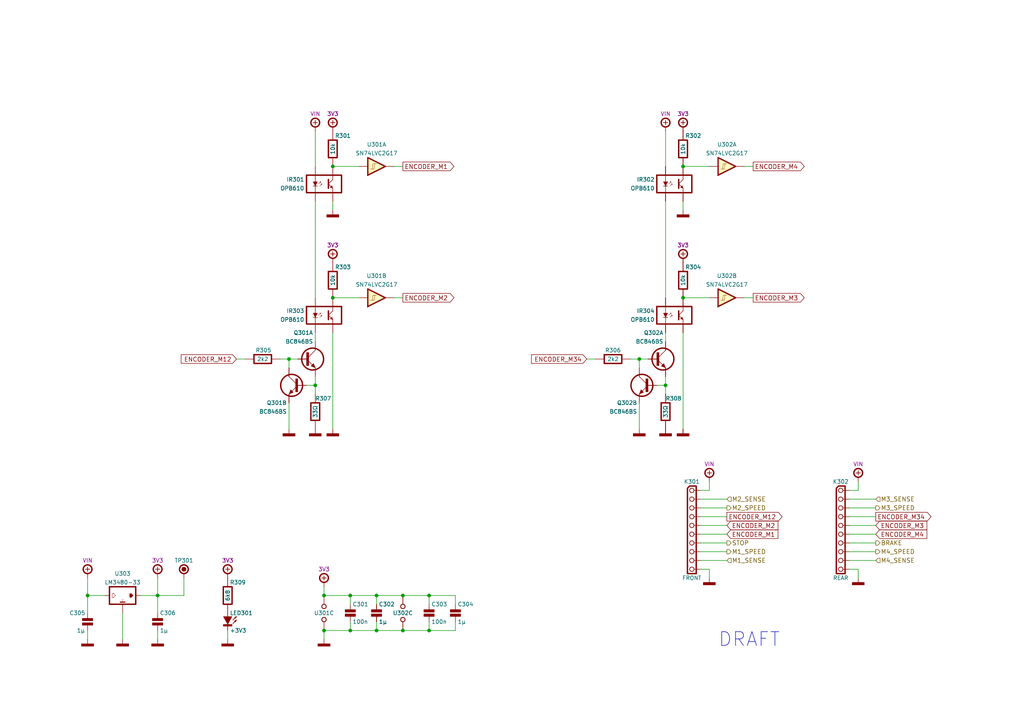
<source format=kicad_sch>
(kicad_sch (version 20230121) (generator eeschema)
  (paper "A4")
  (title_block (title "Motors Encoder") (date "01/2023") (rev "A") (comment 1 "TCAR Motor Board - L298P"))
  (lib_symbols
    (symbol "HARWIN-254-F-1X10-VERTICAL_1" (pin_numbers hide) (pin_names (offset 0) hide)
      (property "Reference" "K" (at 0 2.54 0))
      (property "Value" "HARWIN-254-F-1X10-VERTICAL" (at 0 -25.4 0))
      (symbol "HARWIN-254-F-1X10-VERTICAL_1_0_1"
        (circle (center 0 -22.86) (radius 0.635) (stroke (width 0.2)))
        (circle (center 0 -20.32) (radius 0.635) (stroke (width 0.2)))
        (circle (center 0 -17.78) (radius 0.635) (stroke (width 0.2)))
        (circle (center 0 -15.24) (radius 0.635) (stroke (width 0.2)))
        (circle (center 0 -12.7) (radius 0.635) (stroke (width 0.2)))
        (circle (center 0 -10.16) (radius 0.635) (stroke (width 0.2)))
        (circle (center 0 -7.62) (radius 0.635) (stroke (width 0.2)))
        (circle (center 0 -5.08) (radius 0.635) (stroke (width 0.2)))
        (circle (center 0 -2.54) (radius 0.635) (stroke (width 0.2)))
        (polyline (pts (xy -1.27 -24.13) (xy 1.27 -24.13) (xy 1.27 0.635) (xy 0.635 1.27) (xy -1.27 1.27) (xy -1.27 -24.13)) (stroke (width 0.4)))
        (circle (center 0 0) (radius 0.635) (stroke (width 0.2)))
      )
      (symbol "HARWIN-254-F-1X10-VERTICAL_1_1_1"
        (pin passive line (at -2.54 0 0) (length 1.905) (name "Pin_1") (number "1"))
        (pin passive line (at -2.54 -22.86 0) (length 1.905) (name "Pin_10") (number "10"))
        (pin passive line (at -2.54 -2.54 0) (length 1.905) (name "Pin_2") (number "2"))
        (pin passive line (at -2.54 -5.08 0) (length 1.905) (name "Pin_3") (number "3"))
        (pin passive line (at -2.54 -7.62 0) (length 1.905) (name "Pin_4") (number "4"))
        (pin passive line (at -2.54 -10.16 0) (length 1.905) (name "Pin_5") (number "5"))
        (pin passive line (at -2.54 -12.7 0) (length 1.905) (name "Pin_6") (number "6"))
        (pin passive line (at -2.54 -15.24 0) (length 1.905) (name "Pin_7") (number "7"))
        (pin passive line (at -2.54 -17.78 0) (length 1.905) (name "Pin_8") (number "8"))
        (pin passive line (at -2.54 -20.32 0) (length 1.905) (name "Pin_9") (number "9"))
      )
    )
    (symbol "POWER-GND_1" (power) (pin_numbers hide) (pin_names (offset 0) hide)
      (symbol "POWER-GND_1_0_1"
        (rectangle (start -1.778 -2.032) (end 1.778 -1.27) (stroke (width 0.001)) (fill (type outline)))
      )
      (symbol "POWER-GND_1_1_1"
        (pin power_in line (at 0 0 270) (length 1.27) (name "GND") (number "1"))
      )
    )
    (symbol "POWER-GND_10" (power) (pin_numbers hide) (pin_names (offset 0) hide)
      (symbol "POWER-GND_10_0_1"
        (rectangle (start -1.778 -2.032) (end 1.778 -1.27) (stroke (width 0.001)) (fill (type outline)))
      )
      (symbol "POWER-GND_10_1_1"
        (pin power_in line (at 0 0 270) (length 1.27) (name "GND") (number "1"))
      )
    )
    (symbol "POWER-GND_11" (power) (pin_numbers hide) (pin_names (offset 0) hide)
      (symbol "POWER-GND_11_0_1"
        (rectangle (start -1.778 -2.032) (end 1.778 -1.27) (stroke (width 0.001)) (fill (type outline)))
      )
      (symbol "POWER-GND_11_1_1"
        (pin power_in line (at 0 0 270) (length 1.27) (name "GND") (number "1"))
      )
    )
    (symbol "POWER-GND_12" (power) (pin_numbers hide) (pin_names (offset 0) hide)
      (symbol "POWER-GND_12_0_1"
        (rectangle (start -1.778 -2.032) (end 1.778 -1.27) (stroke (width 0.001)) (fill (type outline)))
      )
      (symbol "POWER-GND_12_1_1"
        (pin power_in line (at 0 0 270) (length 1.27) (name "GND") (number "1"))
      )
    )
    (symbol "POWER-GND_13" (power) (pin_numbers hide) (pin_names (offset 0) hide)
      (symbol "POWER-GND_13_0_1"
        (rectangle (start -1.778 -2.032) (end 1.778 -1.27) (stroke (width 0.001)) (fill (type outline)))
      )
      (symbol "POWER-GND_13_1_1"
        (pin power_in line (at 0 0 270) (length 1.27) (name "GND") (number "1"))
      )
    )
    (symbol "POWER-GND_14" (power) (pin_numbers hide) (pin_names (offset 0) hide)
      (symbol "POWER-GND_14_0_1"
        (rectangle (start -1.778 -2.032) (end 1.778 -1.27) (stroke (width 0.001)) (fill (type outline)))
      )
      (symbol "POWER-GND_14_1_1"
        (pin power_in line (at 0 0 270) (length 1.27) (name "GND") (number "1"))
      )
    )
    (symbol "POWER-GND_2" (power) (pin_numbers hide) (pin_names (offset 0) hide)
      (symbol "POWER-GND_2_0_1"
        (rectangle (start -1.778 -2.032) (end 1.778 -1.27) (stroke (width 0.001)) (fill (type outline)))
      )
      (symbol "POWER-GND_2_1_1"
        (pin power_in line (at 0 0 270) (length 1.27) (name "GND") (number "1"))
      )
    )
    (symbol "POWER-GND_3" (power) (pin_numbers hide) (pin_names (offset 0) hide)
      (symbol "POWER-GND_3_0_1"
        (rectangle (start -1.778 -2.032) (end 1.778 -1.27) (stroke (width 0.001)) (fill (type outline)))
      )
      (symbol "POWER-GND_3_1_1"
        (pin power_in line (at 0 0 270) (length 1.27) (name "GND") (number "1"))
      )
    )
    (symbol "POWER-GND_4" (power) (pin_numbers hide) (pin_names (offset 0) hide)
      (symbol "POWER-GND_4_0_1"
        (rectangle (start -1.778 -2.032) (end 1.778 -1.27) (stroke (width 0.001)) (fill (type outline)))
      )
      (symbol "POWER-GND_4_1_1"
        (pin power_in line (at 0 0 270) (length 1.27) (name "GND") (number "1"))
      )
    )
    (symbol "POWER-GND_5" (power) (pin_numbers hide) (pin_names (offset 0) hide)
      (symbol "POWER-GND_5_0_1"
        (rectangle (start -1.778 -2.032) (end 1.778 -1.27) (stroke (width 0.001)) (fill (type outline)))
      )
      (symbol "POWER-GND_5_1_1"
        (pin power_in line (at 0 0 270) (length 1.27) (name "GND") (number "1"))
      )
    )
    (symbol "POWER-GND_6" (power) (pin_numbers hide) (pin_names (offset 0) hide)
      (symbol "POWER-GND_6_0_1"
        (rectangle (start -1.778 -2.032) (end 1.778 -1.27) (stroke (width 0.001)) (fill (type outline)))
      )
      (symbol "POWER-GND_6_1_1"
        (pin power_in line (at 0 0 270) (length 1.27) (name "GND") (number "1"))
      )
    )
    (symbol "POWER-GND_7" (power) (pin_numbers hide) (pin_names (offset 0) hide)
      (symbol "POWER-GND_7_0_1"
        (rectangle (start -1.778 -2.032) (end 1.778 -1.27) (stroke (width 0.001)) (fill (type outline)))
      )
      (symbol "POWER-GND_7_1_1"
        (pin power_in line (at 0 0 270) (length 1.27) (name "GND") (number "1"))
      )
    )
    (symbol "POWER-GND_8" (power) (pin_numbers hide) (pin_names (offset 0) hide)
      (symbol "POWER-GND_8_0_1"
        (rectangle (start -1.778 -2.032) (end 1.778 -1.27) (stroke (width 0.001)) (fill (type outline)))
      )
      (symbol "POWER-GND_8_1_1"
        (pin power_in line (at 0 0 270) (length 1.27) (name "GND") (number "1"))
      )
    )
    (symbol "POWER-GND_9" (power) (pin_numbers hide) (pin_names (offset 0) hide)
      (symbol "POWER-GND_9_0_1"
        (rectangle (start -1.778 -2.032) (end 1.778 -1.27) (stroke (width 0.001)) (fill (type outline)))
      )
      (symbol "POWER-GND_9_1_1"
        (pin power_in line (at 0 0 270) (length 1.27) (name "GND") (number "1"))
      )
    )
    (symbol "tronixio:CAPACITOR-1206-100N-50V-5P-X7R" (pin_numbers hide) (pin_names (offset 0) hide)
      (property "Reference" "C" (at 0.635 2.54 0))
      (property "Value" "100n" (at 0.635 -2.54 0))
      (symbol "CAPACITOR-1206-100N-50V-5P-X7R_0_1"
        (rectangle (start -1.524 -0.254) (end 1.524 -1.016) (stroke (width 0.001)) (fill (type outline)))
        (rectangle (start -1.524 1.016) (end 1.524 0.254) (stroke (width 0.001)) (fill (type outline)))
      )
      (symbol "CAPACITOR-1206-100N-50V-5P-X7R_1_1"
        (pin passive line (at 0 2.54 270) (length 1.905) (name "~") (number "1"))
        (pin passive line (at 0 -2.54 90) (length 1.905) (name "~") (number "2"))
      )
    )
    (symbol "tronixio:CAPACITOR-1206-1U-16V-10P-X7R" (pin_numbers hide) (pin_names (offset 0) hide)
      (property "Reference" "C" (at 0.635 2.54 0))
      (property "Value" "1µ" (at 0.635 -2.54 0))
      (symbol "CAPACITOR-1206-1U-16V-10P-X7R_0_1"
        (rectangle (start -1.524 -0.254) (end 1.524 -1.016) (stroke (width 0.001)) (fill (type outline)))
        (rectangle (start -1.524 1.016) (end 1.524 0.254) (stroke (width 0.001)) (fill (type outline)))
      )
      (symbol "CAPACITOR-1206-1U-16V-10P-X7R_1_1"
        (pin passive line (at 0 2.54 270) (length 1.905) (name "~") (number "1"))
        (pin passive line (at 0 -2.54 90) (length 1.905) (name "~") (number "2"))
      )
    )
    (symbol "tronixio:HARWIN-254-F-1X10-VERTICAL" (pin_numbers hide) (pin_names (offset 0) hide)
      (property "Reference" "K" (at 0 2.54 0))
      (property "Value" "HARWIN-254-F-1X10-VERTICAL" (at 0 -25.4 0))
      (symbol "HARWIN-254-F-1X10-VERTICAL_0_1"
        (circle (center 0 -22.86) (radius 0.635) (stroke (width 0.2)))
        (circle (center 0 -20.32) (radius 0.635) (stroke (width 0.2)))
        (circle (center 0 -17.78) (radius 0.635) (stroke (width 0.2)))
        (circle (center 0 -15.24) (radius 0.635) (stroke (width 0.2)))
        (circle (center 0 -12.7) (radius 0.635) (stroke (width 0.2)))
        (circle (center 0 -10.16) (radius 0.635) (stroke (width 0.2)))
        (circle (center 0 -7.62) (radius 0.635) (stroke (width 0.2)))
        (circle (center 0 -5.08) (radius 0.635) (stroke (width 0.2)))
        (circle (center 0 -2.54) (radius 0.635) (stroke (width 0.2)))
        (polyline (pts (xy -1.27 -24.13) (xy 1.27 -24.13) (xy 1.27 0.635) (xy 0.635 1.27) (xy -1.27 1.27) (xy -1.27 -24.13)) (stroke (width 0.4)))
        (circle (center 0 0) (radius 0.635) (stroke (width 0.2)))
      )
      (symbol "HARWIN-254-F-1X10-VERTICAL_1_1"
        (pin passive line (at -2.54 0 0) (length 1.905) (name "Pin_1") (number "1"))
        (pin passive line (at -2.54 -22.86 0) (length 1.905) (name "Pin_10") (number "10"))
        (pin passive line (at -2.54 -2.54 0) (length 1.905) (name "Pin_2") (number "2"))
        (pin passive line (at -2.54 -5.08 0) (length 1.905) (name "Pin_3") (number "3"))
        (pin passive line (at -2.54 -7.62 0) (length 1.905) (name "Pin_4") (number "4"))
        (pin passive line (at -2.54 -10.16 0) (length 1.905) (name "Pin_5") (number "5"))
        (pin passive line (at -2.54 -12.7 0) (length 1.905) (name "Pin_6") (number "6"))
        (pin passive line (at -2.54 -15.24 0) (length 1.905) (name "Pin_7") (number "7"))
        (pin passive line (at -2.54 -17.78 0) (length 1.905) (name "Pin_8") (number "8"))
        (pin passive line (at -2.54 -20.32 0) (length 1.905) (name "Pin_9") (number "9"))
      )
    )
    (symbol "tronixio:HARWIN-S1751" (pin_numbers hide) (pin_names (offset 0) hide)
      (property "Reference" "TP" (at 0 5.08 0))
      (symbol "HARWIN-S1751_0_1"
        (circle (center 0 2.54) (radius 0.635) (stroke (width 0.001)) (fill (type outline)))
        (circle (center 0 2.54) (radius 1.27) (stroke (width 0.4)))
      )
      (symbol "HARWIN-S1751_1_1"
        (pin passive line (at 0 0 90) (length 1.27) (name "1") (number "1"))
      )
    )
    (symbol "tronixio:KINGBRIGHT-LED-1206-RED" (pin_numbers hide) (pin_names (offset 0) hide)
      (property "Reference" "LED" (at 0 3.81 0))
      (property "Value" "RED" (at 0 -2.54 0))
      (symbol "KINGBRIGHT-LED-1206-RED_0_1"
        (rectangle (start -1.27 1.27) (end -0.762 -1.27) (stroke (width 0.001)) (fill (type outline)))
        (polyline (pts (xy 1.524 -1.27) (xy 1.524 1.27) (xy -0.762 0) (xy 1.524 -1.27)) (stroke (width 0.001)) (fill (type outline)))
        (polyline (pts (xy -0.508 1.524) (xy 0.508 2.54) (xy 0.254 2.032) (xy 0 2.286) (xy 0.508 2.54)) (stroke (width 0.2)))
        (polyline (pts (xy 0.508 1.524) (xy 1.524 2.54) (xy 1.27 2.032) (xy 1.016 2.286) (xy 1.524 2.54)) (stroke (width 0.2)))
      )
      (symbol "KINGBRIGHT-LED-1206-RED_1_1"
        (pin passive line (at -2.54 0 0) (length 1.27) (name "C") (number "1"))
        (pin passive line (at 2.54 0 180) (length 1.27) (name "A") (number "2"))
      )
    )
    (symbol "tronixio:NEXPERIA-BC846BS" (pin_numbers hide) (pin_names (offset 0) hide)
      (property "Reference" "Q" (at 5.08 1.27 0))
      (property "Value" "BC846BS" (at 5.08 -1.27 0))
      (symbol "NEXPERIA-BC846BS_0_1"
        (polyline (pts (xy 0.635 0.635) (xy 2.54 2.54)))
        (polyline (pts (xy 0.635 -0.635) (xy 2.54 -2.54) (xy 2.54 -2.54)))
        (polyline (pts (xy 2.54 -2.54) (xy 1.27 -2.032) (xy 2.032 -1.27) (xy 2.54 -2.54)) (stroke (width 0.001)) (fill (type outline)))
        (rectangle (start 0 1.905) (end 0.635 -1.905) (stroke (width 0.1)) (fill (type outline)))
        (circle (center 1.778 0) (radius 3.175) (stroke (width 0.4)))
      )
      (symbol "NEXPERIA-BC846BS_1_1"
        (pin passive line (at 2.54 -5.08 90) (length 2.54) (name "E") (number "1"))
        (pin passive line (at -2.54 0 0) (length 2.54) (name "B") (number "2"))
        (pin passive line (at 2.54 5.08 270) (length 2.54) (name "C") (number "6"))
      )
      (symbol "NEXPERIA-BC846BS_1_2"
        (arc (start -3.81 -3.81) (mid -2.589 0) (end -3.81 3.81) (stroke (width 0.254)))
        (arc (start -0.6096 -3.81) (mid 2.1855 -2.584) (end 3.81 0) (stroke (width 0.254)) (fill (type background)))
        (polyline (pts (xy -3.81 -3.81) (xy -0.635 -3.81)) (stroke (width 0.254)) (fill (type background)))
        (polyline (pts (xy -3.81 3.81) (xy -0.635 3.81)) (stroke (width 0.254)) (fill (type background)))
        (polyline (pts (xy -0.635 3.81) (xy -3.81 3.81) (xy -3.81 3.81) (xy -3.556 3.4036) (xy -3.0226 2.2606) (xy -2.6924 1.0414) (xy -2.6162 -0.254) (xy -2.7686 -1.4986) (xy -3.175 -2.7178) (xy -3.81 -3.81) (xy -3.81 -3.81) (xy -0.635 -3.81)) (stroke (width -25.4)) (fill (type background)))
        (arc (start 3.81 0) (mid 2.1928 2.5925) (end -0.6096 3.81) (stroke (width 0.254)) (fill (type background)))
        (pin input inverted (at -7.62 2.54 0) (length 4.318) (name "~") (number "1"))
        (pin input inverted (at -7.62 -2.54 0) (length 4.318) (name "~") (number "2"))
        (pin output line (at 7.62 0 180) (length 3.81) (name "~") (number "3"))
      )
      (symbol "NEXPERIA-BC846BS_2_1"
        (pin passive line (at 2.54 5.08 270) (length 2.54) (name "C") (number "3"))
        (pin passive line (at 2.54 -5.08 90) (length 2.54) (name "E") (number "4"))
        (pin passive line (at -2.54 0 0) (length 2.54) (name "B") (number "5"))
      )
      (symbol "NEXPERIA-BC846BS_2_2"
        (arc (start -3.81 -3.81) (mid -2.589 0) (end -3.81 3.81) (stroke (width 0.254)))
        (arc (start -0.6096 -3.81) (mid 2.1855 -2.584) (end 3.81 0) (stroke (width 0.254)) (fill (type background)))
        (polyline (pts (xy -3.81 -3.81) (xy -0.635 -3.81)) (stroke (width 0.254)) (fill (type background)))
        (polyline (pts (xy -3.81 3.81) (xy -0.635 3.81)) (stroke (width 0.254)) (fill (type background)))
        (polyline (pts (xy -0.635 3.81) (xy -3.81 3.81) (xy -3.81 3.81) (xy -3.556 3.4036) (xy -3.0226 2.2606) (xy -2.6924 1.0414) (xy -2.6162 -0.254) (xy -2.7686 -1.4986) (xy -3.175 -2.7178) (xy -3.81 -3.81) (xy -3.81 -3.81) (xy -0.635 -3.81)) (stroke (width -25.4)) (fill (type background)))
        (arc (start 3.81 0) (mid 2.1928 2.5925) (end -0.6096 3.81) (stroke (width 0.254)) (fill (type background)))
        (pin input inverted (at -7.62 2.54 0) (length 4.318) (name "~") (number "4"))
        (pin input inverted (at -7.62 -2.54 0) (length 4.318) (name "~") (number "5"))
        (pin output line (at 7.62 0 180) (length 3.81) (name "~") (number "6"))
      )
    )
    (symbol "tronixio:POWER-+3V3" (power) (pin_numbers hide) (pin_names (offset 0) hide)
      (property "Name" "3V3" (at 0 5.08 0))
      (symbol "POWER-+3V3_0_1"
        (polyline (pts (xy -0.635 2.54) (xy 0.635 2.54)) (stroke (width 0.2)))
        (polyline (pts (xy 0 1.905) (xy 0 3.175)) (stroke (width 0.2)))
        (circle (center 0 2.54) (radius 1.27) (stroke (width 0.4)))
      )
      (symbol "POWER-+3V3_1_1"
        (pin power_in line (at 0 0 90) (length 1.27) (name "+3V3") (number "1"))
      )
    )
    (symbol "tronixio:POWER-+VIN" (power) (pin_numbers hide) (pin_names (offset 0) hide)
      (property "Name" "VIN" (at 0 5.08 0))
      (symbol "POWER-+VIN_0_1"
        (polyline (pts (xy -0.635 2.54) (xy 0.635 2.54)) (stroke (width 0.2)))
        (polyline (pts (xy 0 1.905) (xy 0 3.175)) (stroke (width 0.2)))
        (circle (center 0 2.54) (radius 1.27) (stroke (width 0.4)))
      )
      (symbol "POWER-+VIN_1_1"
        (pin power_in line (at 0 0 90) (length 1.27) (name "+VIN") (number "1"))
      )
    )
    (symbol "tronixio:POWER-GND" (power) (pin_numbers hide) (pin_names (offset 0) hide)
      (symbol "POWER-GND_0_1"
        (rectangle (start -1.778 -2.032) (end 1.778 -1.27) (stroke (width 0.001)) (fill (type outline)))
      )
      (symbol "POWER-GND_1_1"
        (pin power_in line (at 0 0 270) (length 1.27) (name "GND") (number "1"))
      )
    )
    (symbol "tronixio:RESISTOR-1206-10K-5P" (pin_numbers hide) (pin_names (offset 0) hide)
      (property "Reference" "R" (at 0.635 3.81 0))
      (property "Value" "10k" (at 0 0 90))
      (symbol "RESISTOR-1206-10K-5P_0_1"
        (rectangle (start -1.27 -2.54) (end 1.27 2.54) (stroke (width 0.4)))
      )
      (symbol "RESISTOR-1206-10K-5P_1_1"
        (pin passive line (at 0 5.08 270) (length 2.54) (name "~") (number "1"))
        (pin passive line (at 0 -5.08 90) (length 2.54) (name "~") (number "2"))
      )
    )
    (symbol "tronixio:RESISTOR-1206-2K2-5P" (pin_numbers hide) (pin_names (offset 0) hide)
      (property "Reference" "R" (at 0.635 3.81 0))
      (property "Value" "2k2" (at 0 0 90))
      (symbol "RESISTOR-1206-2K2-5P_0_1"
        (rectangle (start -1.27 -2.54) (end 1.27 2.54) (stroke (width 0.4)))
      )
      (symbol "RESISTOR-1206-2K2-5P_1_1"
        (pin passive line (at 0 5.08 270) (length 2.54) (name "~") (number "1"))
        (pin passive line (at 0 -5.08 90) (length 2.54) (name "~") (number "2"))
      )
    )
    (symbol "tronixio:RESISTOR-1206-33R-5P" (pin_numbers hide) (pin_names (offset 0) hide)
      (property "Reference" "R" (at 0.635 3.81 0))
      (property "Value" "33Ω" (at 0 0 90))
      (symbol "RESISTOR-1206-33R-5P_0_1"
        (rectangle (start -1.27 -2.54) (end 1.27 2.54) (stroke (width 0.4)))
      )
      (symbol "RESISTOR-1206-33R-5P_1_1"
        (pin passive line (at 0 5.08 270) (length 2.54) (name "~") (number "1"))
        (pin passive line (at 0 -5.08 90) (length 2.54) (name "~") (number "2"))
      )
    )
    (symbol "tronixio:RESISTOR-1206-6K8-5P" (pin_numbers hide) (pin_names (offset 0) hide)
      (property "Reference" "R" (at 0.635 3.81 0))
      (property "Value" "6k8" (at 0 0 90))
      (symbol "RESISTOR-1206-6K8-5P_0_1"
        (rectangle (start -1.27 -2.54) (end 1.27 2.54) (stroke (width 0.4)))
      )
      (symbol "RESISTOR-1206-6K8-5P_1_1"
        (pin passive line (at 0 5.08 270) (length 2.54) (name "~") (number "1"))
        (pin passive line (at 0 -5.08 90) (length 2.54) (name "~") (number "2"))
      )
    )
    (symbol "tronixio:TI-LM3480-33-SOT" (pin_numbers hide) (pin_names (offset 0) hide)
      (property "Reference" "U" (at 0 6.35 0))
      (property "Value" "LM3480-33" (at 0 3.81 0))
      (symbol "TI-LM3480-33-SOT_0_1"
        (rectangle (start -3.81 -2.54) (end 3.81 2.54) (stroke (width 0.4)))
        (rectangle (start -0.762 -1.778) (end 0.762 -2.032) (stroke (width 0.001)) (fill (type outline)))
        (polyline (pts (xy -2.032 0) (xy -2.794 -0.762)) (stroke (width 0.0005)))
        (polyline (pts (xy -2.032 0) (xy -2.794 0.762)) (stroke (width 0.0005)))
        (polyline (pts (xy 0 -1.778) (xy 0 -1.016)) (stroke (width 0.0005)))
        (polyline (pts (xy 3.048 0) (xy 2.286 -0.762)) (stroke (width 0.0005)))
        (polyline (pts (xy 3.048 0) (xy 2.286 0.762)) (stroke (width 0.0005)))
        (polyline (pts (xy -2.54 -0.508) (xy -3.048 -0.508) (xy -3.048 0.508) (xy -2.54 0.508)) (stroke (width 0.0005)))
        (polyline (pts (xy 2.54 -0.508) (xy 2.032 -0.508) (xy 2.032 0.508) (xy 2.54 0.508)) (stroke (width 0.001)) (fill (type outline)))
        (polyline (pts (xy 2.54 -0.508) (xy 3.048 0) (xy 2.54 0.508) (xy 2.54 -0.508)) (stroke (width 0.001)) (fill (type outline)))
      )
      (symbol "TI-LM3480-33-SOT_1_1"
        (pin power_out line (at 5.08 0 180) (length 1.27) (name "VO") (number "1"))
        (pin power_in line (at -5.08 0 0) (length 1.27) (name "VI") (number "2"))
        (pin power_in line (at 0 -5.08 90) (length 2.54) (name "GND") (number "3"))
      )
    )
    (symbol "tronixio:TI-SN74LVC2G17-SOT" (pin_numbers hide) (pin_names (offset 0) hide)
      (property "Reference" "U" (at 0 5.08 0))
      (property "Value" "TI-SN74LVC2G17-SOT" (at 0 -5.08 0))
      (symbol "TI-SN74LVC2G17-SOT_1_1"
        (polyline (pts (xy -1.778 -0.762) (xy -0.762 -0.762)) (stroke (width 0.0005)))
        (polyline (pts (xy -1.016 0.762) (xy -1.27 -0.762)) (stroke (width 0.0005)))
        (polyline (pts (xy -1.016 0.762) (xy 0 0.762)) (stroke (width 0.0005)))
        (polyline (pts (xy -0.762 -0.762) (xy -0.508 0.762)) (stroke (width 0.0005)))
        (polyline (pts (xy -2.54 -2.54) (xy 2.54 0) (xy -2.54 2.54) (xy -2.54 -2.54)) (stroke (width 0.4)) (fill (type background)))
        (pin input line (at -5.08 0 0) (length 2.54) (name "1A") (number "1"))
        (pin output line (at 5.08 0 180) (length 2.54) (name "1Y") (number "6"))
      )
      (symbol "TI-SN74LVC2G17-SOT_1_2"
        (arc (start -3.81 -3.81) (mid -2.589 0) (end -3.81 3.81) (stroke (width 0.254)))
        (arc (start -0.6096 -3.81) (mid 2.1855 -2.584) (end 3.81 0) (stroke (width 0.254)) (fill (type background)))
        (polyline (pts (xy -3.81 -3.81) (xy -0.635 -3.81)) (stroke (width 0.254)) (fill (type background)))
        (polyline (pts (xy -3.81 3.81) (xy -0.635 3.81)) (stroke (width 0.254)) (fill (type background)))
        (polyline (pts (xy -0.635 3.81) (xy -3.81 3.81) (xy -3.81 3.81) (xy -3.556 3.4036) (xy -3.0226 2.2606) (xy -2.6924 1.0414) (xy -2.6162 -0.254) (xy -2.7686 -1.4986) (xy -3.175 -2.7178) (xy -3.81 -3.81) (xy -3.81 -3.81) (xy -0.635 -3.81)) (stroke (width -25.4)) (fill (type background)))
        (arc (start 3.81 0) (mid 2.1928 2.5925) (end -0.6096 3.81) (stroke (width 0.254)) (fill (type background)))
        (pin input inverted (at -7.62 2.54 0) (length 4.318) (name "~") (number "1"))
        (pin input inverted (at -7.62 -2.54 0) (length 4.318) (name "~") (number "2"))
        (pin output line (at 7.62 0 180) (length 3.81) (name "~") (number "3"))
      )
      (symbol "TI-SN74LVC2G17-SOT_2_1"
        (polyline (pts (xy -1.778 -0.762) (xy -0.762 -0.762)) (stroke (width 0.0005)))
        (polyline (pts (xy -1.016 0.762) (xy -1.27 -0.762)) (stroke (width 0.0005)))
        (polyline (pts (xy -1.016 0.762) (xy 0 0.762)) (stroke (width 0.0005)))
        (polyline (pts (xy -0.762 -0.762) (xy -0.508 0.762)) (stroke (width 0.0005)))
        (polyline (pts (xy -2.54 -2.54) (xy 2.54 0) (xy -2.54 2.54) (xy -2.54 -2.54)) (stroke (width 0.4)) (fill (type background)))
        (pin input line (at -5.08 0 0) (length 2.54) (name "2A") (number "3"))
        (pin output line (at 5.08 0 180) (length 2.54) (name "2Y") (number "4"))
      )
      (symbol "TI-SN74LVC2G17-SOT_2_2"
        (arc (start -3.81 -3.81) (mid -2.589 0) (end -3.81 3.81) (stroke (width 0.254)))
        (arc (start -0.6096 -3.81) (mid 2.1855 -2.584) (end 3.81 0) (stroke (width 0.254)) (fill (type background)))
        (polyline (pts (xy -3.81 -3.81) (xy -0.635 -3.81)) (stroke (width 0.254)) (fill (type background)))
        (polyline (pts (xy -3.81 3.81) (xy -0.635 3.81)) (stroke (width 0.254)) (fill (type background)))
        (polyline (pts (xy -0.635 3.81) (xy -3.81 3.81) (xy -3.81 3.81) (xy -3.556 3.4036) (xy -3.0226 2.2606) (xy -2.6924 1.0414) (xy -2.6162 -0.254) (xy -2.7686 -1.4986) (xy -3.175 -2.7178) (xy -3.81 -3.81) (xy -3.81 -3.81) (xy -0.635 -3.81)) (stroke (width -25.4)) (fill (type background)))
        (arc (start 3.81 0) (mid 2.1928 2.5925) (end -0.6096 3.81) (stroke (width 0.254)) (fill (type background)))
        (pin input inverted (at -7.62 2.54 0) (length 4.318) (name "~") (number "4"))
        (pin input inverted (at -7.62 -2.54 0) (length 4.318) (name "~") (number "5"))
        (pin output line (at 7.62 0 180) (length 3.81) (name "~") (number "6"))
      )
      (symbol "TI-SN74LVC2G17-SOT_3_0"
        (pin power_in line (at 0 -5.08 90) (length 2.54) (name "GND") (number "2"))
        (pin power_in line (at 0 5.08 270) (length 2.54) (name "VCC") (number "5"))
      )
      (symbol "TI-SN74LVC2G17-SOT_3_1"
        (circle (center 0 -1.905) (radius 0.635) (stroke (width 0.25)))
        (circle (center 0 1.905) (radius 0.635) (stroke (width 0.25)))
      )
      (symbol "TI-SN74LVC2G17-SOT_3_2"
        (arc (start -3.81 -3.81) (mid -2.589 0) (end -3.81 3.81) (stroke (width 0.254)))
        (arc (start -0.6096 -3.81) (mid 2.1855 -2.584) (end 3.81 0) (stroke (width 0.254)) (fill (type background)))
        (polyline (pts (xy -3.81 -3.81) (xy -0.635 -3.81)) (stroke (width 0.254)) (fill (type background)))
        (polyline (pts (xy -3.81 3.81) (xy -0.635 3.81)) (stroke (width 0.254)) (fill (type background)))
        (polyline (pts (xy -0.635 3.81) (xy -3.81 3.81) (xy -3.81 3.81) (xy -3.556 3.4036) (xy -3.0226 2.2606) (xy -2.6924 1.0414) (xy -2.6162 -0.254) (xy -2.7686 -1.4986) (xy -3.175 -2.7178) (xy -3.81 -3.81) (xy -3.81 -3.81) (xy -0.635 -3.81)) (stroke (width -25.4)) (fill (type background)))
        (arc (start 3.81 0) (mid 2.1928 2.5925) (end -0.6096 3.81) (stroke (width 0.254)) (fill (type background)))
        (pin input inverted (at -7.62 2.54 0) (length 4.318) (name "~") (number "1"))
        (pin input inverted (at -7.62 -2.54 0) (length 4.318) (name "~") (number "2"))
        (pin output line (at 7.62 0 180) (length 3.81) (name "~") (number "3"))
      )
    )
    (symbol "tronixio:TTE-OPB610" (pin_numbers hide) (pin_names (offset 0) hide)
      (property "Reference" "IR" (at 6.35 1.27 0))
      (property "Value" "TTE-OPB610" (at 6.35 -1.27 0))
      (symbol "TTE-OPB610_0_1"
        (rectangle (start -5.08 2.54) (end 5.08 -2.54) (stroke (width 0.4)))
        (polyline (pts (xy -3.175 -0.635) (xy -1.905 -0.635)) (stroke (width 0.1524)))
        (polyline (pts (xy -2.54 -2.54) (xy -2.54 2.54)) (stroke (width 0.1524)))
        (polyline (pts (xy -1.5875 0) (xy -0.9525 0.635)) (stroke (width 0.1)))
        (polyline (pts (xy -1.27 -0.635) (xy -0.635 0)) (stroke (width 0.1)))
        (polyline (pts (xy 1.27 1.27) (xy 1.27 -1.27)) (stroke (width 0.4)))
        (polyline (pts (xy 2.54 -2.54) (xy 2.54 -1.27)) (stroke (width 0.1524)))
        (polyline (pts (xy 2.54 1.27) (xy 2.54 2.54)) (stroke (width 0.1524)))
        (polyline (pts (xy -1.27 0.635) (xy -0.9525 0.635) (xy -0.9525 0.3175)) (stroke (width 0.1)))
        (polyline (pts (xy -0.9525 0) (xy -0.635 0) (xy -0.635 -0.3175)) (stroke (width 0.1)))
        (polyline (pts (xy 2.54 1.27) (xy 1.27 0) (xy 2.54 -1.27)) (stroke (width 0.1524)))
        (polyline (pts (xy -3.175 0.635) (xy -1.905 0.635) (xy -2.54 -0.635) (xy -3.175 0.635)) (stroke (width 0.001)) (fill (type outline)))
        (polyline (pts (xy 2.54 -1.27) (xy 2.286 -0.508) (xy 1.778 -1.016) (xy 2.54 -1.27)) (stroke (width 0.001)) (fill (type outline)))
      )
      (symbol "TTE-OPB610_1_1"
        (pin passive line (at -2.54 5.08 270) (length 2.54) (name "ANODE") (number "1"))
        (pin passive line (at -2.54 -5.08 90) (length 2.54) (name "CATHODE") (number "2"))
        (pin passive line (at 2.54 5.08 270) (length 2.54) (name "COLLECTOR") (number "3"))
        (pin passive line (at 2.54 -5.08 90) (length 2.54) (name "EMITTER") (number "4"))
      )
    )
  )
  (junction (at 124.46 172.72) (diameter 0.9144))
  (junction (at 109.22 182.88) (diameter 0.9144))
  (junction (at 109.22 172.72) (diameter 0.9144))
  (junction (at 83.82 104.14))
  (junction (at 96.52 86.36))
  (junction (at 96.52 48.26))
  (junction (at 198.12 86.36))
  (junction (at 116.84 182.88) (diameter 0.9144))
  (junction (at 185.42 104.14))
  (junction (at 93.98 172.72) (diameter 0.9144))
  (junction (at 193.04 111.76))
  (junction (at 93.98 182.88) (diameter 0.9144))
  (junction (at 124.46 182.88) (diameter 0.9144))
  (junction (at 101.6 182.88) (diameter 0.9144))
  (junction (at 45.72 172.72) (diameter 0.9144))
  (junction (at 116.84 172.72) (diameter 0.9144))
  (junction (at 25.4 172.72) (diameter 0.9144))
  (junction (at 198.12 48.26))
  (junction (at 101.6 172.72) (diameter 0.9144))
  (junction (at 91.44 111.76))
  (wire (pts (xy 210.82 154.94) (xy 203.2 154.94)))
  (wire (pts (xy 132.08 180.34) (xy 132.08 182.88)))
  (wire (pts (xy 91.44 111.76) (xy 91.44 114.3)))
  (wire (pts (xy 218.44 48.26) (xy 215.9 48.26)))
  (wire (pts (xy 203.2 142.24) (xy 205.74 142.24)))
  (wire (pts (xy 91.44 38.1) (xy 91.44 48.26)))
  (wire (pts (xy 205.74 142.24) (xy 205.74 139.7)))
  (wire (pts (xy 248.92 165.1) (xy 248.92 167.64)))
  (wire (pts (xy 91.44 58.42) (xy 91.44 86.36)))
  (wire (pts (xy 116.84 48.26) (xy 114.3 48.26)))
  (wire (pts (xy 96.52 48.26) (xy 104.14 48.26)))
  (wire (pts (xy 182.88 104.14) (xy 185.42 104.14)))
  (wire (pts (xy 193.04 96.52) (xy 193.04 99.06)))
  (wire (pts (xy 203.2 165.1) (xy 205.74 165.1)))
  (wire (pts (xy 35.56 177.8) (xy 35.56 185.42)))
  (wire (pts (xy 68.58 104.14) (xy 71.12 104.14)))
  (wire (pts (xy 170.18 104.14) (xy 172.72 104.14)))
  (wire (pts (xy 45.72 172.72) (xy 45.72 177.8)))
  (wire (pts (xy 109.22 172.72) (xy 109.22 175.26)))
  (wire (pts (xy 185.42 104.14) (xy 187.96 104.14)))
  (wire (pts (xy 210.82 144.78) (xy 203.2 144.78)))
  (wire (pts (xy 193.04 109.22) (xy 193.04 111.76)))
  (wire (pts (xy 246.38 165.1) (xy 248.92 165.1)))
  (wire (pts (xy 198.12 60.96) (xy 198.12 58.42)))
  (wire (pts (xy 101.6 172.72) (xy 109.22 172.72)))
  (wire (pts (xy 109.22 172.72) (xy 116.84 172.72)))
  (wire (pts (xy 116.84 172.72) (xy 124.46 172.72)))
  (wire (pts (xy 198.12 86.36) (xy 205.74 86.36)))
  (wire (pts (xy 101.6 172.72) (xy 101.6 175.26)))
  (wire (pts (xy 93.98 172.72) (xy 101.6 172.72)))
  (wire (pts (xy 40.64 172.72) (xy 45.72 172.72)))
  (wire (pts (xy 45.72 172.72) (xy 45.72 167.64)))
  (wire (pts (xy 254 144.78) (xy 246.38 144.78)))
  (wire (pts (xy 101.6 182.88) (xy 109.22 182.88)))
  (wire (pts (xy 109.22 182.88) (xy 116.84 182.88)))
  (wire (pts (xy 116.84 182.88) (xy 124.46 182.88)))
  (wire (pts (xy 254 152.4) (xy 246.38 152.4)))
  (wire (pts (xy 246.38 142.24) (xy 248.92 142.24)))
  (wire (pts (xy 83.82 104.14) (xy 83.82 106.68)))
  (wire (pts (xy 254 157.48) (xy 246.38 157.48)))
  (wire (pts (xy 193.04 58.42) (xy 193.04 86.36)))
  (wire (pts (xy 91.44 96.52) (xy 91.44 99.06)))
  (wire (pts (xy 66.04 182.88) (xy 66.04 185.42)))
  (wire (pts (xy 210.82 147.32) (xy 203.2 147.32)))
  (wire (pts (xy 109.22 180.34) (xy 109.22 182.88)))
  (wire (pts (xy 218.44 86.36) (xy 215.9 86.36)))
  (wire (pts (xy 124.46 172.72) (xy 132.08 172.72)))
  (wire (pts (xy 254 154.94) (xy 246.38 154.94)))
  (wire (pts (xy 96.52 86.36) (xy 104.14 86.36)))
  (wire (pts (xy 116.84 86.36) (xy 114.3 86.36)))
  (wire (pts (xy 185.42 116.84) (xy 185.42 124.46)))
  (wire (pts (xy 93.98 182.88) (xy 101.6 182.88)))
  (wire (pts (xy 210.82 162.56) (xy 203.2 162.56)))
  (wire (pts (xy 91.44 109.22) (xy 91.44 111.76)))
  (wire (pts (xy 93.98 170.18) (xy 93.98 172.72)))
  (wire (pts (xy 198.12 48.26) (xy 205.74 48.26)))
  (wire (pts (xy 83.82 104.14) (xy 86.36 104.14)))
  (wire (pts (xy 45.72 182.88) (xy 45.72 185.42)))
  (wire (pts (xy 254 149.86) (xy 246.38 149.86)))
  (wire (pts (xy 25.4 167.64) (xy 25.4 172.72)))
  (wire (pts (xy 254 160.02) (xy 246.38 160.02)))
  (wire (pts (xy 83.82 116.84) (xy 83.82 124.46)))
  (wire (pts (xy 25.4 172.72) (xy 25.4 177.8)))
  (wire (pts (xy 248.92 142.24) (xy 248.92 139.7)))
  (wire (pts (xy 193.04 111.76) (xy 193.04 114.3)))
  (wire (pts (xy 210.82 152.4) (xy 203.2 152.4)))
  (wire (pts (xy 205.74 165.1) (xy 205.74 167.64)))
  (wire (pts (xy 193.04 38.1) (xy 193.04 48.26)))
  (wire (pts (xy 190.5 111.76) (xy 193.04 111.76)))
  (wire (pts (xy 185.42 104.14) (xy 185.42 106.68)))
  (wire (pts (xy 198.12 96.52) (xy 198.12 124.46)))
  (wire (pts (xy 210.82 160.02) (xy 203.2 160.02)))
  (wire (pts (xy 101.6 180.34) (xy 101.6 182.88)))
  (wire (pts (xy 124.46 172.72) (xy 124.46 175.26)))
  (wire (pts (xy 254 147.32) (xy 246.38 147.32)))
  (wire (pts (xy 96.52 60.96) (xy 96.52 58.42)))
  (wire (pts (xy 124.46 180.34) (xy 124.46 182.88)))
  (wire (pts (xy 254 162.56) (xy 246.38 162.56)))
  (wire (pts (xy 25.4 172.72) (xy 30.48 172.72)))
  (wire (pts (xy 210.82 157.48) (xy 203.2 157.48)))
  (wire (pts (xy 124.46 182.88) (xy 132.08 182.88)))
  (wire (pts (xy 210.82 149.86) (xy 203.2 149.86)))
  (wire (pts (xy 25.4 182.88) (xy 25.4 185.42)))
  (wire (pts (xy 96.52 96.52) (xy 96.52 124.46)))
  (wire (pts (xy 88.9 111.76) (xy 91.44 111.76)))
  (wire (pts (xy 81.28 104.14) (xy 83.82 104.14)))
  (wire (pts (xy 53.34 167.64) (xy 53.34 172.72)))
  (wire (pts (xy 53.34 172.72) (xy 45.72 172.72)))
  (wire (pts (xy 132.08 172.72) (xy 132.08 175.26)))
  (wire (pts (xy 93.98 182.88) (xy 93.98 185.42)))
  (text "DRAFT" (at 208.28 187.96 0) (effects (font (size 4 4)) (justify left bottom)))
  (global_label "ENCODER_M2" (shape output) (at 116.84 86.36 0) (property "Intersheetrefs" "${INTERSHEET_REFS}" (effects hide)))
  (global_label "ENCODER_M34" (shape output) (at 254 149.86 0) (property "Intersheetrefs" "${INTERSHEET_REFS}" (effects hide)))
  (global_label "ENCODER_M12" (shape output) (at 210.82 149.86 0) (property "Intersheetrefs" "${INTERSHEET_REFS}" (effects hide)))
  (global_label "ENCODER_M1" (shape output) (at 116.84 48.26 0) (property "Intersheetrefs" "${INTERSHEET_REFS}" (effects hide)))
  (global_label "ENCODER_M12" (shape input) (at 68.58 104.14 180) (property "Intersheetrefs" "${INTERSHEET_REFS}" (effects hide)))
  (global_label "ENCODER_M4" (shape input) (at 254 154.94 0) (property "Intersheetrefs" "${INTERSHEET_REFS}" (effects hide)))
  (global_label "ENCODER_M3" (shape output) (at 218.44 86.36 0) (property "Intersheetrefs" "${INTERSHEET_REFS}" (effects hide)))
  (global_label "ENCODER_M2" (shape input) (at 210.82 152.4 0) (property "Intersheetrefs" "${INTERSHEET_REFS}" (effects hide)))
  (global_label "ENCODER_M1" (shape input) (at 210.82 154.94 0) (property "Intersheetrefs" "${INTERSHEET_REFS}" (effects hide)))
  (global_label "ENCODER_M3" (shape input) (at 254 152.4 0) (property "Intersheetrefs" "${INTERSHEET_REFS}" (effects hide)))
  (global_label "ENCODER_M4" (shape output) (at 218.44 48.26 0) (property "Intersheetrefs" "${INTERSHEET_REFS}" (effects hide)))
  (global_label "ENCODER_M34" (shape input) (at 170.18 104.14 180) (property "Intersheetrefs" "${INTERSHEET_REFS}" (effects hide)))
  (hierarchical_label "M3_SENSE" (shape input) (at 254 144.78 0))
  (hierarchical_label "M1_SENSE" (shape input) (at 210.82 162.56 0))
  (hierarchical_label "BRAKE" (shape output) (at 254 157.48 0))
  (hierarchical_label "M4_SENSE" (shape input) (at 254 162.56 0))
  (hierarchical_label "M3_SPEED" (shape output) (at 254 147.32 0))
  (hierarchical_label "STOP" (shape output) (at 210.82 157.48 0))
  (hierarchical_label "M1_SPEED" (shape output) (at 210.82 160.02 0))
  (hierarchical_label "M2_SPEED" (shape output) (at 210.82 147.32 0))
  (hierarchical_label "M2_SENSE" (shape input) (at 210.82 144.78 0))
  (hierarchical_label "M4_SPEED" (shape output) (at 254 160.02 0))
  (symbol (lib_id "tronixio:RESISTOR-1206-33R-5P") (at 91.44 119.38 0) (unit 1)
    (property "Reference" "R307" (at 91.44 115.57 0) (effects (font (size 1.15 1.15)) (justify left)))
    (property "Value" "33Ω" (at 91.44 119.38 90) (effects (font (size 1.15 1.15))))
    (property "Footprint" "tronixio:RESISTOR-SMD-1206" (effects hide))
    (property "Tolerance" "5%" (effects hide))
    (property "Mouser" "660-RK73B2BTTDD330J" (effects hide))
  )
  (symbol (lib_id "tronixio:RESISTOR-1206-33R-5P") (at 193.04 119.38 0) (unit 1)
    (property "Reference" "R308" (at 193.04 115.57 0) (effects (font (size 1.15 1.15)) (justify left)))
    (property "Value" "33Ω" (at 193.04 119.38 90) (effects (font (size 1.15 1.15))))
    (property "Footprint" "tronixio:RESISTOR-SMD-1206" (effects hide))
    (property "Tolerance" "5%" (effects hide))
    (property "Mouser" "660-RK73B2BTTDD330J" (effects hide))
  )
  (symbol (lib_id "tronixio:POWER-+VIN") (at 248.92 139.7 0) (unit 1)
    (property "Reference" "#PWR0193" (effects hide))
    (property "Value" "POWER-+VIN" (effects hide))
    (property "Name" "VIN" (at 248.92 134.62 0) (effects (font (size 1.15 1.15))))
  )
  (symbol (lib_name "POWER-GND_12") (lib_id "tronixio:POWER-GND") (at 185.42 124.46 0) (unit 1)
    (property "Reference" "#PWR0182" (effects hide))
    (property "Value" "POWER-GND" (effects hide))
    (property "Name" "GND" (effects hide))
  )
  (symbol (lib_name "POWER-GND_11") (lib_id "tronixio:POWER-GND") (at 25.4 185.42 0) (unit 1)
    (property "Reference" "#PWR0191" (effects hide))
    (property "Value" "POWER-GND" (effects hide))
    (property "Name" "GND" (effects hide))
  )
  (symbol (lib_name "POWER-GND_10") (lib_id "tronixio:POWER-GND") (at 45.72 185.42 0) (unit 1)
    (property "Reference" "#PWR0186" (effects hide))
    (property "Value" "POWER-GND" (effects hide))
    (property "Name" "GND" (effects hide))
  )
  (symbol (lib_id "tronixio:CAPACITOR-1206-1U-16V-10P-X7R") (at 109.22 177.8 0) (unit 1)
    (property "Reference" "C302" (at 109.855 175.26 0) (effects (font (size 1.15 1.15)) (justify left)))
    (property "Value" "1µ" (at 109.855 180.34 0) (effects (font (size 1.15 1.15)) (justify left)))
    (property "Footprint" "tronixio:CAPACITOR-SMD-1206" (effects hide))
    (property "Voltage" "16V" (effects hide))
    (property "Tolerance" "10%" (effects hide))
    (property "Mouser" "80-C1206C105K4R" (effects hide))
  )
  (symbol (lib_id "tronixio:RESISTOR-1206-10K-5P") (at 96.52 43.18 0) (unit 1)
    (property "Reference" "R301" (at 97.155 39.37 0) (effects (font (size 1.15 1.15)) (justify left)))
    (property "Value" "10k" (at 96.52 43.18 90) (effects (font (size 1.15 1.15))))
    (property "Footprint" "tronixio:RESISTOR-SMD-1206" (effects hide))
    (property "Tolerance" "5%" (effects hide))
    (property "Mouser" "660-RK73B2BTTDD103J" (effects hide))
  )
  (symbol (lib_id "tronixio:CAPACITOR-1206-100N-50V-5P-X7R") (at 101.6 177.8 0) (unit 1)
    (property "Reference" "C301" (at 102.235 175.26 0) (effects (font (size 1.15 1.15)) (justify left)))
    (property "Value" "100n" (at 102.235 180.34 0) (effects (font (size 1.15 1.15)) (justify left)))
    (property "Footprint" "tronixio:CAPACITOR-SMD-1206" (effects hide))
    (property "Voltage" "50V" (effects hide))
    (property "Tolerance" "5%" (effects hide))
    (property "Mouser" "80-C1206C104J5R" (effects hide))
  )
  (symbol (lib_name "POWER-GND_13") (lib_id "tronixio:POWER-GND") (at 83.82 124.46 0) (unit 1)
    (property "Reference" "#PWR0171" (effects hide))
    (property "Value" "POWER-GND" (effects hide))
  )
  (symbol (lib_name "POWER-GND_8") (lib_id "tronixio:POWER-GND") (at 66.04 185.42 0) (unit 1)
    (property "Reference" "#PWR0185" (effects hide))
    (property "Value" "POWER-GND" (effects hide))
    (property "Name" "GND" (effects hide))
  )
  (symbol (lib_name "POWER-GND_7") (lib_id "tronixio:POWER-GND") (at 205.74 167.64 0) (unit 1)
    (property "Reference" "#PWR0194" (effects hide))
    (property "Value" "POWER-GND" (effects hide))
    (property "Name" "GND" (effects hide))
  )
  (symbol (lib_id "tronixio:HARWIN-S1751") (at 53.34 167.64 0) (unit 1)
    (property "Reference" "TP301" (at 53.34 162.56 0) (effects (font (size 1.15 1.15))))
    (property "Value" "HARWIN-S1751" (effects hide))
    (property "Footprint" "tronixio:HARWIN-S1751" (effects hide))
    (property "Datasheet" "https://www.harwin.com/products/S1751-46/" (effects hide))
    (property "Mouser" "855-S1751-46" (effects hide))
  )
  (symbol (lib_id "tronixio:RESISTOR-1206-10K-5P") (at 96.52 81.28 0) (unit 1)
    (property "Reference" "R303" (at 97.155 77.47 0) (effects (font (size 1.15 1.15)) (justify left)))
    (property "Value" "10k" (at 96.52 81.28 90) (effects (font (size 1.15 1.15))))
    (property "Footprint" "tronixio:RESISTOR-SMD-1206" (effects hide))
    (property "Tolerance" "5%" (effects hide))
    (property "Mouser" "660-RK73B2BTTDD103J" (effects hide))
  )
  (symbol (lib_id "tronixio:CAPACITOR-1206-1U-16V-10P-X7R") (at 45.72 180.34 0) (unit 1)
    (property "Reference" "C306" (at 46.355 177.8 0) (effects (font (size 1.15 1.15)) (justify left)))
    (property "Value" "1µ" (at 46.355 182.88 0) (effects (font (size 1.15 1.15)) (justify left)))
    (property "Footprint" "tronixio:CAPACITOR-SMD-1206" (effects hide))
    (property "Voltage" "16V" (effects hide))
    (property "Tolerance" "10%" (effects hide))
    (property "Mouser" "80-C1206C105K4R" (effects hide))
  )
  (symbol (lib_id "tronixio:CAPACITOR-1206-100N-50V-5P-X7R") (at 124.46 177.8 0) (unit 1)
    (property "Reference" "C303" (at 125.095 175.26 0) (effects (font (size 1.15 1.15)) (justify left)))
    (property "Value" "100n" (at 125.095 180.34 0) (effects (font (size 1.15 1.15)) (justify left)))
    (property "Footprint" "tronixio:CAPACITOR-SMD-1206" (effects hide))
    (property "Voltage" "50V" (effects hide))
    (property "Tolerance" "5%" (effects hide))
    (property "Mouser" "80-C1206C104J5R" (effects hide))
  )
  (symbol (lib_name "POWER-GND_6") (lib_id "tronixio:POWER-GND") (at 198.12 124.46 0) (unit 1)
    (property "Reference" "#PWR0181" (effects hide))
    (property "Value" "POWER-GND" (effects hide))
    (property "Name" "GND" (effects hide))
  )
  (symbol (lib_id "tronixio:POWER-+3V3") (at 198.12 38.1 0) (unit 1)
    (property "Reference" "#PWR0183" (effects hide))
    (property "Value" "POWER-+3V3" (effects hide))
    (property "Name" "3V3" (at 198.12 33.02 0) (effects (font (size 1.15 1.15))))
  )
  (symbol (lib_id "tronixio:POWER-+3V3") (at 96.52 76.2 0) (unit 1)
    (property "Reference" "#PWR0173" (effects hide))
    (property "Value" "POWER-+3V3" (effects hide))
    (property "Name" "3V3" (at 96.52 71.12 0) (effects (font (size 1.15 1.15))))
  )
  (symbol (lib_id "tronixio:RESISTOR-1206-10K-5P") (at 198.12 43.18 0) (unit 1)
    (property "Reference" "R302" (at 198.755 39.37 0) (effects (font (size 1.15 1.15)) (justify left)))
    (property "Value" "10k" (at 198.12 43.18 90) (effects (font (size 1.15 1.15))))
    (property "Footprint" "tronixio:RESISTOR-SMD-1206" (effects hide))
    (property "Tolerance" "5%" (effects hide))
    (property "Mouser" "660-RK73B2BTTDD103J" (effects hide))
  )
  (symbol (lib_id "tronixio:POWER-+VIN") (at 25.4 167.64 0) (unit 1)
    (property "Reference" "#PWR0188" (effects hide))
    (property "Value" "POWER-+VIN" (effects hide))
    (property "Name" "VIN" (at 25.4 162.56 0) (effects (font (size 1.15 1.15))))
  )
  (symbol (lib_id "tronixio:KINGBRIGHT-LED-1206-RED") (at 66.04 180.34 270) (mirror x) (unit 1)
    (property "Reference" "LED301" (at 66.675 177.8 90) (effects (font (size 1.15 1.15)) (justify left)))
    (property "Value" "+3V3" (at 66.675 182.88 90) (effects (font (size 1.15 1.15)) (justify left)))
    (property "Footprint" "tronixio:LED-SMD-1206" (effects hide))
    (property "Datasheet" "http://www.kingbrightusa.com/images/catalog/SPEC/APT3216LSECK-J3-PRV.pdf" (effects hide))
    (property "Mouser" "604-APT3216LSECKJ3RV" (effects hide))
  )
  (symbol (lib_id "tronixio:POWER-+3V3") (at 66.04 167.64 0) (unit 1)
    (property "Reference" "#PWR0189" (effects hide))
    (property "Value" "POWER-+3V3" (effects hide))
    (property "Name" "3V3" (at 66.04 162.56 0) (effects (font (size 1.15 1.15))))
  )
  (symbol (lib_id "tronixio:POWER-+VIN") (at 193.04 38.1 0) (unit 1)
    (property "Reference" "#PWR0184" (effects hide))
    (property "Value" "POWER-+VIN" (effects hide))
    (property "Name" "VIN" (at 193.04 33.02 0) (effects (font (size 1.15 1.15))))
  )
  (symbol (lib_id "tronixio:RESISTOR-1206-6K8-5P") (at 66.04 172.72 0) (unit 1)
    (property "Reference" "R309" (at 66.675 168.91 0) (effects (font (size 1.15 1.15)) (justify left)))
    (property "Value" "6k8" (at 66.04 172.72 90) (effects (font (size 1.15 1.15))))
    (property "Footprint" "tronixio:RESISTOR-SMD-1206" (effects hide))
    (property "Tolerance" "5%" (effects hide))
    (property "Mouser" "660-RK73B2BTTD682J" (effects hide))
  )
  (symbol (lib_id "tronixio:POWER-GND") (at 248.92 167.64 0) (unit 1)
    (property "Reference" "#PWR0192" (effects hide))
    (property "Value" "POWER-GND" (effects hide))
    (property "Name" "GND" (effects hide))
  )
  (symbol (lib_name "POWER-GND_3") (lib_id "tronixio:POWER-GND") (at 96.52 124.46 0) (unit 1)
    (property "Reference" "#PWR0176" (effects hide))
    (property "Value" "POWER-GND" (effects hide))
  )
  (symbol (lib_id "tronixio:TI-SN74LVC2G17-SOT") (at 210.82 86.36 0) (unit 2)
    (property "Reference" "U302" (at 210.82 80.01 0) (effects (font (size 1.15 1.15))))
    (property "Value" "SN74LVC2G17" (at 210.82 82.55 0) (effects (font (size 1.15 1.15))))
    (property "Footprint" "tronixio:SOT-23-6" (effects hide))
    (property "Datasheet" "http://www.ti.com/product/SN74LVC2G17" (effects hide))
    (property "Mouser" "595-SN74LVC2G17DBVR" (effects hide))
  )
  (symbol (lib_id "tronixio:NEXPERIA-BC846BS") (at 190.5 104.14 0) (unit 1)
    (property "Reference" "Q302" (at 192.405 96.52 0) (effects (font (size 1.15 1.15)) (justify right)))
    (property "Value" "BC846BS" (at 192.405 99.06 0) (effects (font (size 1.15 1.15)) (justify right)))
    (property "Footprint" "tronixio:SC-70-6" (effects hide))
    (property "Datasheet" "https://www.nexperia.com/products/bipolar-transistors/general-purpose-and-low-vcesat-bipolar-transistors/double-bipolar-transistors/BC846BS.html" (effects hide))
    (property "Mouser" "771-BC846BS115" (effects hide))
  )
  (symbol (lib_id "tronixio:TI-SN74LVC2G17-SOT") (at 109.22 48.26 0) (unit 1)
    (property "Reference" "U301" (at 109.22 41.91 0) (effects (font (size 1.15 1.15))))
    (property "Value" "SN74LVC2G17" (at 109.22 44.45 0) (effects (font (size 1.15 1.15))))
    (property "Footprint" "tronixio:SOT-23-6" (effects hide))
    (property "Datasheet" "http://www.ti.com/product/SN74LVC2G17" (effects hide))
    (property "Mouser" "595-SN74LVC2G17DBVR" (effects hide))
  )
  (symbol (lib_id "tronixio:NEXPERIA-BC846BS") (at 88.9 104.14 0) (unit 1)
    (property "Reference" "Q301" (at 90.805 96.52 0) (effects (font (size 1.15 1.15)) (justify right)))
    (property "Value" "BC846BS" (at 90.805 99.06 0) (effects (font (size 1.15 1.15)) (justify right)))
    (property "Footprint" "tronixio:SC-70-6" (effects hide))
    (property "Datasheet" "https://www.nexperia.com/products/bipolar-transistors/general-purpose-and-low-vcesat-bipolar-transistors/double-bipolar-transistors/BC846BS.html" (effects hide))
    (property "Mouser" "771-BC846BS115" (effects hide))
  )
  (symbol (lib_id "tronixio:NEXPERIA-BC846BS") (at 187.96 111.76 0) (mirror y) (unit 2)
    (property "Reference" "Q302" (at 184.785 116.84 0) (effects (font (size 1.15 1.15)) (justify left)))
    (property "Value" "BC846BS" (at 184.785 119.38 0) (effects (font (size 1.15 1.15)) (justify left)))
    (property "Footprint" "tronixio:SC-70-6" (effects hide))
    (property "Datasheet" "https://www.nexperia.com/products/bipolar-transistors/general-purpose-and-low-vcesat-bipolar-transistors/double-bipolar-transistors/BC846BS.html" (effects hide))
    (property "Mouser" "771-BC846BS115" (effects hide))
  )
  (symbol (lib_id "tronixio:POWER-+3V3") (at 45.72 167.64 0) (unit 1)
    (property "Reference" "#PWR0187" (effects hide))
    (property "Value" "POWER-+3V3" (effects hide))
    (property "Name" "3V3" (at 45.72 162.56 0) (effects (font (size 1.15 1.15))))
  )
  (symbol (lib_id "tronixio:TTE-OPB610") (at 195.58 91.44 0) (unit 1)
    (property "Reference" "IR304" (at 189.865 90.17 0) (effects (font (size 1.15 1.15)) (justify right)))
    (property "Value" "OPB610" (at 189.865 92.71 0) (effects (font (size 1.15 1.15)) (justify right)))
    (property "Footprint" "tronixio:OPB-610" (effects hide))
    (property "Datasheet" "https://www.ttelectronics.com/products/categories/optoelectronics/optoelectronics/opb610/" (effects hide))
    (property "Mouser" "828-OPB610" (effects hide))
  )
  (symbol (lib_name "POWER-GND_5") (lib_id "tronixio:POWER-GND") (at 198.12 60.96 0) (unit 1)
    (property "Reference" "#PWR0179" (effects hide))
    (property "Value" "POWER-GND" (effects hide))
    (property "Name" "GND" (effects hide))
  )
  (symbol (lib_id "tronixio:TTE-OPB610") (at 93.98 53.34 0) (unit 1)
    (property "Reference" "IR301" (at 88.265 52.07 0) (effects (font (size 1.15 1.15)) (justify right)))
    (property "Value" "OPB610" (at 88.265 54.61 0) (effects (font (size 1.15 1.15)) (justify right)))
    (property "Footprint" "tronixio:OPB-610" (effects hide))
    (property "Datasheet" "https://www.ttelectronics.com/products/categories/optoelectronics/optoelectronics/opb610/" (effects hide))
    (property "Mouser" "828-OPB610" (effects hide))
  )
  (symbol (lib_id "tronixio:HARWIN-254-F-1X10-VERTICAL") (at 243.84 142.24 0) (mirror y) (unit 1)
    (property "Reference" "K302" (at 243.84 139.7 0) (effects (font (size 1.15 1.15))))
    (property "Value" "REAR" (at 243.84 167.64 0) (effects (font (size 1.15 1.15))))
    (property "Footprint" "tronixio:HARWIN-M20-782104x" (effects hide))
    (property "Datasheet" "https://www.harwin.com/products/M20-7821446/" (effects hide))
    (property "Mouser" "855-M20-782104" (effects hide))
  )
  (symbol (lib_id "tronixio:POWER-+VIN") (at 91.44 38.1 0) (unit 1)
    (property "Reference" "#PWR0175" (effects hide))
    (property "Value" "POWER-+VIN" (effects hide))
    (property "Name" "VIN" (at 91.44 33.02 0) (effects (font (size 1.15 1.15))))
  )
  (symbol (lib_id "tronixio:RESISTOR-1206-2K2-5P") (at 76.2 104.14 90) (unit 1)
    (property "Reference" "R305" (at 78.74 101.6 90) (effects (font (size 1.15 1.15)) (justify left)))
    (property "Value" "2k2" (at 76.2 104.14 90) (effects (font (size 1.15 1.15))))
    (property "Footprint" "tronixio:RESISTOR-SMD-1206" (effects hide))
    (property "Tolerance" "5%" (effects hide))
    (property "Mouser" "660-RK73B2BTTDD222J" (effects hide))
  )
  (symbol (lib_name "POWER-GND_4") (lib_id "tronixio:POWER-GND") (at 35.56 185.42 0) (unit 1)
    (property "Reference" "#PWR0190" (effects hide))
    (property "Value" "POWER-GND" (effects hide))
    (property "Name" "GND" (effects hide))
  )
  (symbol (lib_id "tronixio:POWER-+3V3") (at 93.98 170.18 0) (unit 1)
    (property "Reference" "#PWR0197" (effects hide))
    (property "Value" "POWER-+3V3" (effects hide))
    (property "Name" "3V3" (at 93.98 165.1 0) (effects (font (size 1.15 1.15))))
  )
  (symbol (lib_name "HARWIN-254-F-1X10-VERTICAL_1") (lib_id "tronixio:HARWIN-254-F-1X10-VERTICAL") (at 200.66 142.24 0) (mirror y) (unit 1)
    (property "Reference" "K301" (at 200.66 139.7 0) (effects (font (size 1.15 1.15))))
    (property "Value" "FRONT" (at 200.66 167.64 0) (effects (font (size 1.15 1.15))))
    (property "Footprint" "tronixio:HARWIN-M20-782104x" (effects hide))
    (property "Datasheet" "https://www.harwin.com/products/M20-7821446/" (effects hide))
    (property "Mouser" "855-M20-782104" (effects hide))
  )
  (symbol (lib_id "tronixio:TI-SN74LVC2G17-SOT") (at 109.22 86.36 0) (unit 2)
    (property "Reference" "U301" (at 109.22 80.01 0) (effects (font (size 1.15 1.15))))
    (property "Value" "SN74LVC2G17" (at 109.22 82.55 0) (effects (font (size 1.15 1.15))))
    (property "Footprint" "tronixio:SOT-23-6" (effects hide))
    (property "Datasheet" "http://www.ti.com/product/SN74LVC2G17" (effects hide))
    (property "Mouser" "595-SN74LVC2G17DBVR" (effects hide))
  )
  (symbol (lib_id "tronixio:CAPACITOR-1206-1U-16V-10P-X7R") (at 25.4 180.34 0) (unit 1)
    (property "Reference" "C305" (at 24.765 177.8 0) (effects (font (size 1.15 1.15)) (justify right)))
    (property "Value" "1µ" (at 24.765 182.88 0) (effects (font (size 1.15 1.15)) (justify right)))
    (property "Footprint" "tronixio:CAPACITOR-SMD-1206" (effects hide))
    (property "Voltage" "16V" (effects hide))
    (property "Tolerance" "10%" (effects hide))
    (property "Mouser" "80-C1206C105K4R" (effects hide))
  )
  (symbol (lib_id "tronixio:NEXPERIA-BC846BS") (at 86.36 111.76 0) (mirror y) (unit 2)
    (property "Reference" "Q301" (at 83.185 116.84 0) (effects (font (size 1.15 1.15)) (justify left)))
    (property "Value" "BC846BS" (at 83.185 119.38 0) (effects (font (size 1.15 1.15)) (justify left)))
    (property "Footprint" "tronixio:SC-70-6" (effects hide))
    (property "Datasheet" "https://www.nexperia.com/products/bipolar-transistors/general-purpose-and-low-vcesat-bipolar-transistors/double-bipolar-transistors/BC846BS.html" (effects hide))
    (property "Mouser" "771-BC846BS115" (effects hide))
  )
  (symbol (lib_id "tronixio:TI-SN74LVC2G17-SOT") (at 116.84 177.8 0) (unit 3)
    (property "Reference" "U302" (at 116.84 177.8 0) (effects (font (size 1.15 1.15))))
    (property "Value" "SN74LVC2G17" (effects hide))
    (property "Footprint" "tronixio:SOT-23-6" (effects hide))
    (property "Datasheet" "http://www.ti.com/product/SN74LVC2G17" (effects hide))
    (property "Mouser" "595-SN74LVC2G17DBVR" (effects hide))
  )
  (symbol (lib_name "POWER-GND_14") (lib_id "tronixio:POWER-GND") (at 91.44 124.46 0) (unit 1)
    (property "Reference" "#PWR0177" (effects hide))
    (property "Value" "POWER-GND" (effects hide))
  )
  (symbol (lib_id "tronixio:TI-SN74LVC2G17-SOT") (at 93.98 177.8 0) (unit 3)
    (property "Reference" "U301" (at 93.98 177.8 0) (effects (font (size 1.15 1.15))))
    (property "Value" "SN74LVC2G17" (effects hide))
    (property "Footprint" "tronixio:SOT-23-6" (effects hide))
    (property "Datasheet" "http://www.ti.com/product/SN74LVC2G17" (effects hide))
    (property "Mouser" "595-SN74LVC2G17DBVR" (effects hide))
  )
  (symbol (lib_id "tronixio:POWER-+3V3") (at 198.12 76.2 0) (unit 1)
    (property "Reference" "#PWR0178" (effects hide))
    (property "Value" "POWER-+3V3" (effects hide))
    (property "Name" "3V3" (at 198.12 71.12 0) (effects (font (size 1.15 1.15))))
  )
  (symbol (lib_id "tronixio:POWER-+VIN") (at 205.74 139.7 0) (unit 1)
    (property "Reference" "#PWR0195" (effects hide))
    (property "Value" "POWER-+VIN" (effects hide))
    (property "Name" "VIN" (at 205.74 134.62 0) (effects (font (size 1.15 1.15))))
  )
  (symbol (lib_id "tronixio:TI-SN74LVC2G17-SOT") (at 210.82 48.26 0) (unit 1)
    (property "Reference" "U302" (at 210.82 41.91 0) (effects (font (size 1.15 1.15))))
    (property "Value" "SN74LVC2G17" (at 210.82 44.45 0) (effects (font (size 1.15 1.15))))
    (property "Footprint" "tronixio:SOT-23-6" (effects hide))
    (property "Datasheet" "http://www.ti.com/product/SN74LVC2G17" (effects hide))
    (property "Mouser" "595-SN74LVC2G17DBVR" (effects hide))
  )
  (symbol (lib_id "tronixio:POWER-+3V3") (at 96.52 38.1 0) (unit 1)
    (property "Reference" "#PWR0174" (effects hide))
    (property "Value" "POWER-+3V3" (effects hide))
    (property "Name" "3V3" (at 96.52 33.02 0) (effects (font (size 1.15 1.15))))
  )
  (symbol (lib_id "tronixio:TTE-OPB610") (at 93.98 91.44 0) (unit 1)
    (property "Reference" "IR303" (at 88.265 90.17 0) (effects (font (size 1.15 1.15)) (justify right)))
    (property "Value" "OPB610" (at 88.265 92.71 0) (effects (font (size 1.15 1.15)) (justify right)))
    (property "Footprint" "tronixio:OPB-610" (effects hide))
    (property "Datasheet" "https://www.ttelectronics.com/products/categories/optoelectronics/optoelectronics/opb610/" (effects hide))
    (property "Mouser" "828-OPB610" (effects hide))
  )
  (symbol (lib_id "tronixio:RESISTOR-1206-10K-5P") (at 198.12 81.28 0) (unit 1)
    (property "Reference" "R304" (at 198.755 77.47 0) (effects (font (size 1.15 1.15)) (justify left)))
    (property "Value" "10k" (at 198.12 81.28 90) (effects (font (size 1.15 1.15))))
    (property "Footprint" "tronixio:RESISTOR-SMD-1206" (effects hide))
    (property "Tolerance" "5%" (effects hide))
    (property "Mouser" "660-RK73B2BTTDD103J" (effects hide))
  )
  (symbol (lib_id "tronixio:TI-LM3480-33-SOT") (at 35.56 172.72 0) (unit 1)
    (property "Reference" "U303" (at 35.56 166.37 0) (effects (font (size 1.15 1.15))))
    (property "Value" "LM3480-33" (at 35.56 168.91 0) (effects (font (size 1.15 1.15))))
    (property "Footprint" "tronixio:SOT-23-3" (effects hide))
    (property "Datasheet" "https://www.ti.com/product/LM3480" (effects hide))
    (property "Mouser" "926-LM3480IM33.3NOPB" (effects hide))
  )
  (symbol (lib_id "tronixio:TTE-OPB610") (at 195.58 53.34 0) (unit 1)
    (property "Reference" "IR302" (at 189.865 52.07 0) (effects (font (size 1.15 1.15)) (justify right)))
    (property "Value" "OPB610" (at 189.865 54.61 0) (effects (font (size 1.15 1.15)) (justify right)))
    (property "Footprint" "tronixio:OPB-610" (effects hide))
    (property "Datasheet" "https://www.ttelectronics.com/products/categories/optoelectronics/optoelectronics/opb610/" (effects hide))
    (property "Mouser" "828-OPB610" (effects hide))
  )
  (symbol (lib_name "POWER-GND_2") (lib_id "tronixio:POWER-GND") (at 93.98 185.42 0) (unit 1)
    (property "Reference" "#PWR0196" (effects hide))
    (property "Value" "POWER-GND" (effects hide))
    (property "Name" "GND" (effects hide))
  )
  (symbol (lib_id "tronixio:CAPACITOR-1206-1U-16V-10P-X7R") (at 132.08 177.8 0) (unit 1)
    (property "Reference" "C304" (at 132.715 175.26 0) (effects (font (size 1.15 1.15)) (justify left)))
    (property "Value" "1µ" (at 132.715 180.34 0) (effects (font (size 1.15 1.15)) (justify left)))
    (property "Footprint" "tronixio:CAPACITOR-SMD-1206" (effects hide))
    (property "Voltage" "16V" (effects hide))
    (property "Tolerance" "10%" (effects hide))
    (property "Mouser" "80-C1206C105K4R" (effects hide))
  )
  (symbol (lib_id "tronixio:RESISTOR-1206-2K2-5P") (at 177.8 104.14 90) (unit 1)
    (property "Reference" "R306" (at 177.8 101.6 90) (effects (font (size 1.15 1.15))))
    (property "Value" "2k2" (at 177.8 104.14 90) (effects (font (size 1.15 1.15))))
    (property "Footprint" "tronixio:RESISTOR-SMD-1206" (effects hide))
    (property "Tolerance" "5%" (effects hide))
    (property "Mouser" "660-RK73B2BTTDD222J" (effects hide))
  )
  (symbol (lib_name "POWER-GND_1") (lib_id "tronixio:POWER-GND") (at 193.04 124.46 0) (unit 1)
    (property "Reference" "#PWR0180" (effects hide))
    (property "Value" "POWER-GND" (effects hide))
    (property "Name" "GND" (effects hide))
  )
  (symbol (lib_name "POWER-GND_9") (lib_id "tronixio:POWER-GND") (at 96.52 60.96 0) (unit 1)
    (property "Reference" "#PWR0172" (effects hide))
    (property "Value" "POWER-GND" (effects hide))
  )
)
</source>
